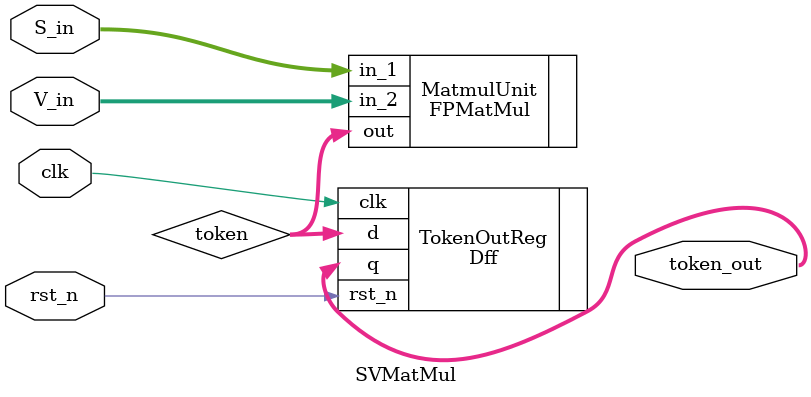
<source format=v>
/*
`include "FPMatMul.v"
`include "Dff.v"
*/
module SVMatMul#(
  parameter DATA_WIDTH = 16, // 8 MSBs integer part, 8 LSBs decimal part
  parameter TOKEN_DIM = 4,  //tokenÎ¬¶È£¬vitÖÐÎª64
  parameter TOKEN_NUM = 8   //token¸öÊý£¬Ò»¸öÍ·ÓÐ197¸ötoken,×Ü¹²ÓÐ12¸öÍ·
)(
  input clk,
  input rst_n,

  input [DATA_WIDTH * TOKEN_NUM * TOKEN_NUM - 1 : 0] S_in,
  input [DATA_WIDTH * TOKEN_DIM * TOKEN_NUM - 1 : 0] V_in,

  output [DATA_WIDTH * TOKEN_DIM * TOKEN_NUM - 1 : 0] token_out
);

    wire [DATA_WIDTH * TOKEN_DIM * TOKEN_NUM - 1 : 0] token;
    
    FPMatMul#(
      .INPUT_DATA_WIDTH(DATA_WIDTH),
      .OUTPUT_DATA_WIDTH(DATA_WIDTH),
      .ROW_1(TOKEN_NUM),
      .COL_1(TOKEN_NUM),
      .ROW_2(TOKEN_NUM),
      .COL_2(TOKEN_DIM)
    ) MatmulUnit(
      .in_1(S_in),
      .in_2(V_in),
      .out(token)
    );
    
    Dff#(
      .DATA_WIDTH(DATA_WIDTH * TOKEN_DIM * TOKEN_NUM)
    ) TokenOutReg(
        .clk(clk),
      .rst_n(rst_n),
    
      .d(token),
      .q(token_out)
    );

endmodule
</source>
